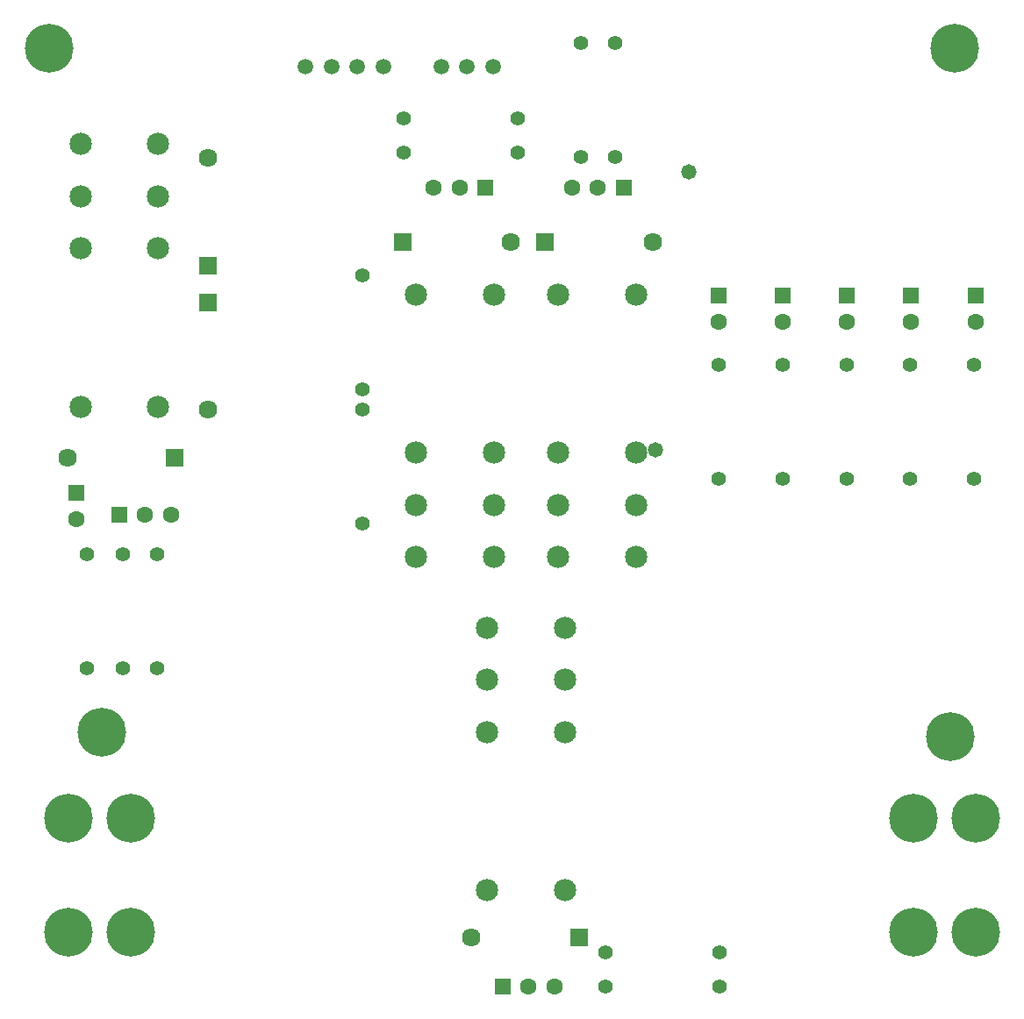
<source format=gts>
G04*
G04 #@! TF.GenerationSoftware,Altium Limited,Altium Designer,23.8.1 (32)*
G04*
G04 Layer_Color=8388736*
%FSLAX25Y25*%
%MOIN*%
G70*
G04*
G04 #@! TF.SameCoordinates,D6E9CDF8-AAC3-469D-917B-50C59DE8B454*
G04*
G04*
G04 #@! TF.FilePolarity,Negative*
G04*
G01*
G75*
%ADD14R,0.07060X0.07060*%
%ADD15C,0.07060*%
%ADD16C,0.08477*%
%ADD17C,0.05524*%
%ADD18C,0.06312*%
%ADD19R,0.06312X0.06312*%
%ADD20C,0.05900*%
%ADD21R,0.07060X0.07060*%
%ADD22R,0.06312X0.06312*%
%ADD23C,0.18517*%
%ADD24C,0.05800*%
D14*
X250606Y442000D02*
D03*
X317394Y177500D02*
D03*
X304606Y442000D02*
D03*
X163894Y360000D02*
D03*
D15*
X291394Y442000D02*
D03*
X276606Y177500D02*
D03*
X345394Y442000D02*
D03*
X176500Y378213D02*
D03*
Y473894D02*
D03*
X123106Y360000D02*
D03*
D16*
X285000Y421921D02*
D03*
X255472D02*
D03*
X285000Y342000D02*
D03*
X255472D02*
D03*
X285000Y361843D02*
D03*
X255472D02*
D03*
X285000Y322157D02*
D03*
X255472D02*
D03*
X282472Y195579D02*
D03*
X312000D02*
D03*
X282472Y275500D02*
D03*
X312000D02*
D03*
X282472Y255657D02*
D03*
X312000D02*
D03*
X282472Y295343D02*
D03*
X312000D02*
D03*
X339000Y421921D02*
D03*
X309472D02*
D03*
X339000Y342000D02*
D03*
X309472D02*
D03*
X339000Y361843D02*
D03*
X309472D02*
D03*
X339000Y322157D02*
D03*
X309472D02*
D03*
X128000Y379421D02*
D03*
X157528D02*
D03*
X128000Y459343D02*
D03*
X157528D02*
D03*
X128000Y439500D02*
D03*
X157528D02*
D03*
X128000Y479185D02*
D03*
X157528D02*
D03*
D17*
X467500Y395154D02*
D03*
Y351846D02*
D03*
X370807Y172000D02*
D03*
X327500D02*
D03*
X370807Y159000D02*
D03*
X327500D02*
D03*
X250846Y489000D02*
D03*
X294154D02*
D03*
X250846Y476000D02*
D03*
X294154D02*
D03*
X370500Y395154D02*
D03*
Y351846D02*
D03*
X394750Y395154D02*
D03*
Y351846D02*
D03*
X419000Y395154D02*
D03*
Y351846D02*
D03*
X443250Y395154D02*
D03*
Y351846D02*
D03*
X331000Y474346D02*
D03*
Y517654D02*
D03*
X318000Y474346D02*
D03*
Y517654D02*
D03*
X235000Y386000D02*
D03*
Y429307D02*
D03*
Y334846D02*
D03*
Y378154D02*
D03*
X130500Y279846D02*
D03*
Y323154D02*
D03*
X144000D02*
D03*
Y279846D02*
D03*
X157000Y323154D02*
D03*
Y279846D02*
D03*
D18*
X308000Y159000D02*
D03*
X298157D02*
D03*
X262157Y462579D02*
D03*
X272000D02*
D03*
X314657D02*
D03*
X324500D02*
D03*
X126500Y336500D02*
D03*
X162343Y338421D02*
D03*
X152500D02*
D03*
X419250Y411500D02*
D03*
X443625D02*
D03*
X370500D02*
D03*
X394875D02*
D03*
X468000D02*
D03*
D19*
X288315Y159000D02*
D03*
X281843Y462579D02*
D03*
X334343D02*
D03*
X142657Y338421D02*
D03*
D20*
X265000Y508500D02*
D03*
X274843D02*
D03*
X284686D02*
D03*
X213472D02*
D03*
X223315D02*
D03*
X233157D02*
D03*
X243000D02*
D03*
D21*
X176500Y419000D02*
D03*
Y433106D02*
D03*
D22*
X126500Y346500D02*
D03*
X419250Y421500D02*
D03*
X443625D02*
D03*
X370500D02*
D03*
X394875D02*
D03*
X468000D02*
D03*
D23*
X468122Y179500D02*
D03*
X444500D02*
D03*
Y223000D02*
D03*
X468122D02*
D03*
X147122Y179500D02*
D03*
X123500D02*
D03*
X147122Y223000D02*
D03*
X123500D02*
D03*
X458500Y254000D02*
D03*
X136000Y255500D02*
D03*
X460000Y515500D02*
D03*
X116000D02*
D03*
D24*
X359000Y468500D02*
D03*
X346400Y363100D02*
D03*
M02*

</source>
